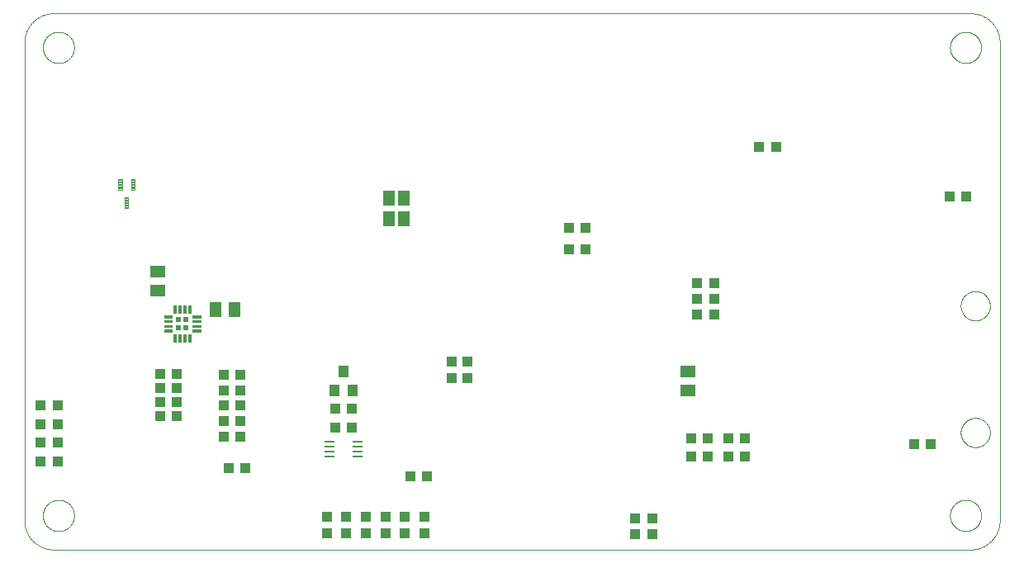
<source format=gbp>
G75*
%MOIN*%
%OFA0B0*%
%FSLAX25Y25*%
%IPPOS*%
%LPD*%
%AMOC8*
5,1,8,0,0,1.08239X$1,22.5*
%
%ADD10C,0.00000*%
%ADD11C,0.00039*%
%ADD12R,0.05906X0.05118*%
%ADD13R,0.04331X0.03937*%
%ADD14R,0.02362X0.02362*%
%ADD15R,0.02364X0.02362*%
%ADD16R,0.02362X0.02366*%
%ADD17R,0.02362X0.02362*%
%ADD18C,0.00072*%
%ADD19R,0.05118X0.05906*%
%ADD20R,0.04200X0.01000*%
%ADD21R,0.03937X0.05000*%
%ADD22R,0.03937X0.04331*%
%ADD23C,0.00492*%
%ADD24R,0.04600X0.06300*%
D10*
X0083936Y0127750D02*
X0454015Y0127750D01*
X0454300Y0127753D01*
X0454586Y0127764D01*
X0454871Y0127781D01*
X0455155Y0127805D01*
X0455439Y0127836D01*
X0455722Y0127874D01*
X0456003Y0127919D01*
X0456284Y0127970D01*
X0456564Y0128028D01*
X0456842Y0128093D01*
X0457118Y0128165D01*
X0457392Y0128243D01*
X0457665Y0128328D01*
X0457935Y0128420D01*
X0458203Y0128518D01*
X0458469Y0128622D01*
X0458732Y0128733D01*
X0458992Y0128850D01*
X0459250Y0128973D01*
X0459504Y0129103D01*
X0459755Y0129239D01*
X0460003Y0129380D01*
X0460247Y0129528D01*
X0460488Y0129681D01*
X0460724Y0129841D01*
X0460957Y0130006D01*
X0461186Y0130176D01*
X0461411Y0130352D01*
X0461631Y0130534D01*
X0461847Y0130720D01*
X0462058Y0130912D01*
X0462265Y0131109D01*
X0462467Y0131311D01*
X0462664Y0131518D01*
X0462856Y0131729D01*
X0463042Y0131945D01*
X0463224Y0132165D01*
X0463400Y0132390D01*
X0463570Y0132619D01*
X0463735Y0132852D01*
X0463895Y0133088D01*
X0464048Y0133329D01*
X0464196Y0133573D01*
X0464337Y0133821D01*
X0464473Y0134072D01*
X0464603Y0134326D01*
X0464726Y0134584D01*
X0464843Y0134844D01*
X0464954Y0135107D01*
X0465058Y0135373D01*
X0465156Y0135641D01*
X0465248Y0135911D01*
X0465333Y0136184D01*
X0465411Y0136458D01*
X0465483Y0136734D01*
X0465548Y0137012D01*
X0465606Y0137292D01*
X0465657Y0137573D01*
X0465702Y0137854D01*
X0465740Y0138137D01*
X0465771Y0138421D01*
X0465795Y0138705D01*
X0465812Y0138990D01*
X0465823Y0139276D01*
X0465826Y0139561D01*
X0465826Y0332474D01*
X0465823Y0332759D01*
X0465812Y0333045D01*
X0465795Y0333330D01*
X0465771Y0333614D01*
X0465740Y0333898D01*
X0465702Y0334181D01*
X0465657Y0334462D01*
X0465606Y0334743D01*
X0465548Y0335023D01*
X0465483Y0335301D01*
X0465411Y0335577D01*
X0465333Y0335851D01*
X0465248Y0336124D01*
X0465156Y0336394D01*
X0465058Y0336662D01*
X0464954Y0336928D01*
X0464843Y0337191D01*
X0464726Y0337451D01*
X0464603Y0337709D01*
X0464473Y0337963D01*
X0464337Y0338214D01*
X0464196Y0338462D01*
X0464048Y0338706D01*
X0463895Y0338947D01*
X0463735Y0339183D01*
X0463570Y0339416D01*
X0463400Y0339645D01*
X0463224Y0339870D01*
X0463042Y0340090D01*
X0462856Y0340306D01*
X0462664Y0340517D01*
X0462467Y0340724D01*
X0462265Y0340926D01*
X0462058Y0341123D01*
X0461847Y0341315D01*
X0461631Y0341501D01*
X0461411Y0341683D01*
X0461186Y0341859D01*
X0460957Y0342029D01*
X0460724Y0342194D01*
X0460488Y0342354D01*
X0460247Y0342507D01*
X0460003Y0342655D01*
X0459755Y0342796D01*
X0459504Y0342932D01*
X0459250Y0343062D01*
X0458992Y0343185D01*
X0458732Y0343302D01*
X0458469Y0343413D01*
X0458203Y0343517D01*
X0457935Y0343615D01*
X0457665Y0343707D01*
X0457392Y0343792D01*
X0457118Y0343870D01*
X0456842Y0343942D01*
X0456564Y0344007D01*
X0456284Y0344065D01*
X0456003Y0344116D01*
X0455722Y0344161D01*
X0455439Y0344199D01*
X0455155Y0344230D01*
X0454871Y0344254D01*
X0454586Y0344271D01*
X0454300Y0344282D01*
X0454015Y0344285D01*
X0083936Y0344285D01*
X0083651Y0344282D01*
X0083365Y0344271D01*
X0083080Y0344254D01*
X0082796Y0344230D01*
X0082512Y0344199D01*
X0082229Y0344161D01*
X0081948Y0344116D01*
X0081667Y0344065D01*
X0081387Y0344007D01*
X0081109Y0343942D01*
X0080833Y0343870D01*
X0080559Y0343792D01*
X0080286Y0343707D01*
X0080016Y0343615D01*
X0079748Y0343517D01*
X0079482Y0343413D01*
X0079219Y0343302D01*
X0078959Y0343185D01*
X0078701Y0343062D01*
X0078447Y0342932D01*
X0078196Y0342796D01*
X0077948Y0342655D01*
X0077704Y0342507D01*
X0077463Y0342354D01*
X0077227Y0342194D01*
X0076994Y0342029D01*
X0076765Y0341859D01*
X0076540Y0341683D01*
X0076320Y0341501D01*
X0076104Y0341315D01*
X0075893Y0341123D01*
X0075686Y0340926D01*
X0075484Y0340724D01*
X0075287Y0340517D01*
X0075095Y0340306D01*
X0074909Y0340090D01*
X0074727Y0339870D01*
X0074551Y0339645D01*
X0074381Y0339416D01*
X0074216Y0339183D01*
X0074056Y0338947D01*
X0073903Y0338706D01*
X0073755Y0338462D01*
X0073614Y0338214D01*
X0073478Y0337963D01*
X0073348Y0337709D01*
X0073225Y0337451D01*
X0073108Y0337191D01*
X0072997Y0336928D01*
X0072893Y0336662D01*
X0072795Y0336394D01*
X0072703Y0336124D01*
X0072618Y0335851D01*
X0072540Y0335577D01*
X0072468Y0335301D01*
X0072403Y0335023D01*
X0072345Y0334743D01*
X0072294Y0334462D01*
X0072249Y0334181D01*
X0072211Y0333898D01*
X0072180Y0333614D01*
X0072156Y0333330D01*
X0072139Y0333045D01*
X0072128Y0332759D01*
X0072125Y0332474D01*
X0072125Y0139561D01*
X0072128Y0139276D01*
X0072139Y0138990D01*
X0072156Y0138705D01*
X0072180Y0138421D01*
X0072211Y0138137D01*
X0072249Y0137854D01*
X0072294Y0137573D01*
X0072345Y0137292D01*
X0072403Y0137012D01*
X0072468Y0136734D01*
X0072540Y0136458D01*
X0072618Y0136184D01*
X0072703Y0135911D01*
X0072795Y0135641D01*
X0072893Y0135373D01*
X0072997Y0135107D01*
X0073108Y0134844D01*
X0073225Y0134584D01*
X0073348Y0134326D01*
X0073478Y0134072D01*
X0073614Y0133821D01*
X0073755Y0133573D01*
X0073903Y0133329D01*
X0074056Y0133088D01*
X0074216Y0132852D01*
X0074381Y0132619D01*
X0074551Y0132390D01*
X0074727Y0132165D01*
X0074909Y0131945D01*
X0075095Y0131729D01*
X0075287Y0131518D01*
X0075484Y0131311D01*
X0075686Y0131109D01*
X0075893Y0130912D01*
X0076104Y0130720D01*
X0076320Y0130534D01*
X0076540Y0130352D01*
X0076765Y0130176D01*
X0076994Y0130006D01*
X0077227Y0129841D01*
X0077463Y0129681D01*
X0077704Y0129528D01*
X0077948Y0129380D01*
X0078196Y0129239D01*
X0078447Y0129103D01*
X0078701Y0128973D01*
X0078959Y0128850D01*
X0079219Y0128733D01*
X0079482Y0128622D01*
X0079748Y0128518D01*
X0080016Y0128420D01*
X0080286Y0128328D01*
X0080559Y0128243D01*
X0080833Y0128165D01*
X0081109Y0128093D01*
X0081387Y0128028D01*
X0081667Y0127970D01*
X0081948Y0127919D01*
X0082229Y0127874D01*
X0082512Y0127836D01*
X0082796Y0127805D01*
X0083080Y0127781D01*
X0083365Y0127764D01*
X0083651Y0127753D01*
X0083936Y0127750D01*
X0079606Y0141530D02*
X0079608Y0141688D01*
X0079614Y0141846D01*
X0079624Y0142004D01*
X0079638Y0142162D01*
X0079656Y0142319D01*
X0079677Y0142476D01*
X0079703Y0142632D01*
X0079733Y0142788D01*
X0079766Y0142943D01*
X0079804Y0143096D01*
X0079845Y0143249D01*
X0079890Y0143401D01*
X0079939Y0143552D01*
X0079992Y0143701D01*
X0080048Y0143849D01*
X0080108Y0143995D01*
X0080172Y0144140D01*
X0080240Y0144283D01*
X0080311Y0144425D01*
X0080385Y0144565D01*
X0080463Y0144702D01*
X0080545Y0144838D01*
X0080629Y0144972D01*
X0080718Y0145103D01*
X0080809Y0145232D01*
X0080904Y0145359D01*
X0081001Y0145484D01*
X0081102Y0145606D01*
X0081206Y0145725D01*
X0081313Y0145842D01*
X0081423Y0145956D01*
X0081536Y0146067D01*
X0081651Y0146176D01*
X0081769Y0146281D01*
X0081890Y0146383D01*
X0082013Y0146483D01*
X0082139Y0146579D01*
X0082267Y0146672D01*
X0082397Y0146762D01*
X0082530Y0146848D01*
X0082665Y0146932D01*
X0082801Y0147011D01*
X0082940Y0147088D01*
X0083081Y0147160D01*
X0083223Y0147230D01*
X0083367Y0147295D01*
X0083513Y0147357D01*
X0083660Y0147415D01*
X0083809Y0147470D01*
X0083959Y0147521D01*
X0084110Y0147568D01*
X0084262Y0147611D01*
X0084415Y0147650D01*
X0084570Y0147686D01*
X0084725Y0147717D01*
X0084881Y0147745D01*
X0085037Y0147769D01*
X0085194Y0147789D01*
X0085352Y0147805D01*
X0085509Y0147817D01*
X0085668Y0147825D01*
X0085826Y0147829D01*
X0085984Y0147829D01*
X0086142Y0147825D01*
X0086301Y0147817D01*
X0086458Y0147805D01*
X0086616Y0147789D01*
X0086773Y0147769D01*
X0086929Y0147745D01*
X0087085Y0147717D01*
X0087240Y0147686D01*
X0087395Y0147650D01*
X0087548Y0147611D01*
X0087700Y0147568D01*
X0087851Y0147521D01*
X0088001Y0147470D01*
X0088150Y0147415D01*
X0088297Y0147357D01*
X0088443Y0147295D01*
X0088587Y0147230D01*
X0088729Y0147160D01*
X0088870Y0147088D01*
X0089009Y0147011D01*
X0089145Y0146932D01*
X0089280Y0146848D01*
X0089413Y0146762D01*
X0089543Y0146672D01*
X0089671Y0146579D01*
X0089797Y0146483D01*
X0089920Y0146383D01*
X0090041Y0146281D01*
X0090159Y0146176D01*
X0090274Y0146067D01*
X0090387Y0145956D01*
X0090497Y0145842D01*
X0090604Y0145725D01*
X0090708Y0145606D01*
X0090809Y0145484D01*
X0090906Y0145359D01*
X0091001Y0145232D01*
X0091092Y0145103D01*
X0091181Y0144972D01*
X0091265Y0144838D01*
X0091347Y0144702D01*
X0091425Y0144565D01*
X0091499Y0144425D01*
X0091570Y0144283D01*
X0091638Y0144140D01*
X0091702Y0143995D01*
X0091762Y0143849D01*
X0091818Y0143701D01*
X0091871Y0143552D01*
X0091920Y0143401D01*
X0091965Y0143249D01*
X0092006Y0143096D01*
X0092044Y0142943D01*
X0092077Y0142788D01*
X0092107Y0142632D01*
X0092133Y0142476D01*
X0092154Y0142319D01*
X0092172Y0142162D01*
X0092186Y0142004D01*
X0092196Y0141846D01*
X0092202Y0141688D01*
X0092204Y0141530D01*
X0092202Y0141372D01*
X0092196Y0141214D01*
X0092186Y0141056D01*
X0092172Y0140898D01*
X0092154Y0140741D01*
X0092133Y0140584D01*
X0092107Y0140428D01*
X0092077Y0140272D01*
X0092044Y0140117D01*
X0092006Y0139964D01*
X0091965Y0139811D01*
X0091920Y0139659D01*
X0091871Y0139508D01*
X0091818Y0139359D01*
X0091762Y0139211D01*
X0091702Y0139065D01*
X0091638Y0138920D01*
X0091570Y0138777D01*
X0091499Y0138635D01*
X0091425Y0138495D01*
X0091347Y0138358D01*
X0091265Y0138222D01*
X0091181Y0138088D01*
X0091092Y0137957D01*
X0091001Y0137828D01*
X0090906Y0137701D01*
X0090809Y0137576D01*
X0090708Y0137454D01*
X0090604Y0137335D01*
X0090497Y0137218D01*
X0090387Y0137104D01*
X0090274Y0136993D01*
X0090159Y0136884D01*
X0090041Y0136779D01*
X0089920Y0136677D01*
X0089797Y0136577D01*
X0089671Y0136481D01*
X0089543Y0136388D01*
X0089413Y0136298D01*
X0089280Y0136212D01*
X0089145Y0136128D01*
X0089009Y0136049D01*
X0088870Y0135972D01*
X0088729Y0135900D01*
X0088587Y0135830D01*
X0088443Y0135765D01*
X0088297Y0135703D01*
X0088150Y0135645D01*
X0088001Y0135590D01*
X0087851Y0135539D01*
X0087700Y0135492D01*
X0087548Y0135449D01*
X0087395Y0135410D01*
X0087240Y0135374D01*
X0087085Y0135343D01*
X0086929Y0135315D01*
X0086773Y0135291D01*
X0086616Y0135271D01*
X0086458Y0135255D01*
X0086301Y0135243D01*
X0086142Y0135235D01*
X0085984Y0135231D01*
X0085826Y0135231D01*
X0085668Y0135235D01*
X0085509Y0135243D01*
X0085352Y0135255D01*
X0085194Y0135271D01*
X0085037Y0135291D01*
X0084881Y0135315D01*
X0084725Y0135343D01*
X0084570Y0135374D01*
X0084415Y0135410D01*
X0084262Y0135449D01*
X0084110Y0135492D01*
X0083959Y0135539D01*
X0083809Y0135590D01*
X0083660Y0135645D01*
X0083513Y0135703D01*
X0083367Y0135765D01*
X0083223Y0135830D01*
X0083081Y0135900D01*
X0082940Y0135972D01*
X0082801Y0136049D01*
X0082665Y0136128D01*
X0082530Y0136212D01*
X0082397Y0136298D01*
X0082267Y0136388D01*
X0082139Y0136481D01*
X0082013Y0136577D01*
X0081890Y0136677D01*
X0081769Y0136779D01*
X0081651Y0136884D01*
X0081536Y0136993D01*
X0081423Y0137104D01*
X0081313Y0137218D01*
X0081206Y0137335D01*
X0081102Y0137454D01*
X0081001Y0137576D01*
X0080904Y0137701D01*
X0080809Y0137828D01*
X0080718Y0137957D01*
X0080629Y0138088D01*
X0080545Y0138222D01*
X0080463Y0138358D01*
X0080385Y0138495D01*
X0080311Y0138635D01*
X0080240Y0138777D01*
X0080172Y0138920D01*
X0080108Y0139065D01*
X0080048Y0139211D01*
X0079992Y0139359D01*
X0079939Y0139508D01*
X0079890Y0139659D01*
X0079845Y0139811D01*
X0079804Y0139964D01*
X0079766Y0140117D01*
X0079733Y0140272D01*
X0079703Y0140428D01*
X0079677Y0140584D01*
X0079656Y0140741D01*
X0079638Y0140898D01*
X0079624Y0141056D01*
X0079614Y0141214D01*
X0079608Y0141372D01*
X0079606Y0141530D01*
X0079606Y0330506D02*
X0079608Y0330664D01*
X0079614Y0330822D01*
X0079624Y0330980D01*
X0079638Y0331138D01*
X0079656Y0331295D01*
X0079677Y0331452D01*
X0079703Y0331608D01*
X0079733Y0331764D01*
X0079766Y0331919D01*
X0079804Y0332072D01*
X0079845Y0332225D01*
X0079890Y0332377D01*
X0079939Y0332528D01*
X0079992Y0332677D01*
X0080048Y0332825D01*
X0080108Y0332971D01*
X0080172Y0333116D01*
X0080240Y0333259D01*
X0080311Y0333401D01*
X0080385Y0333541D01*
X0080463Y0333678D01*
X0080545Y0333814D01*
X0080629Y0333948D01*
X0080718Y0334079D01*
X0080809Y0334208D01*
X0080904Y0334335D01*
X0081001Y0334460D01*
X0081102Y0334582D01*
X0081206Y0334701D01*
X0081313Y0334818D01*
X0081423Y0334932D01*
X0081536Y0335043D01*
X0081651Y0335152D01*
X0081769Y0335257D01*
X0081890Y0335359D01*
X0082013Y0335459D01*
X0082139Y0335555D01*
X0082267Y0335648D01*
X0082397Y0335738D01*
X0082530Y0335824D01*
X0082665Y0335908D01*
X0082801Y0335987D01*
X0082940Y0336064D01*
X0083081Y0336136D01*
X0083223Y0336206D01*
X0083367Y0336271D01*
X0083513Y0336333D01*
X0083660Y0336391D01*
X0083809Y0336446D01*
X0083959Y0336497D01*
X0084110Y0336544D01*
X0084262Y0336587D01*
X0084415Y0336626D01*
X0084570Y0336662D01*
X0084725Y0336693D01*
X0084881Y0336721D01*
X0085037Y0336745D01*
X0085194Y0336765D01*
X0085352Y0336781D01*
X0085509Y0336793D01*
X0085668Y0336801D01*
X0085826Y0336805D01*
X0085984Y0336805D01*
X0086142Y0336801D01*
X0086301Y0336793D01*
X0086458Y0336781D01*
X0086616Y0336765D01*
X0086773Y0336745D01*
X0086929Y0336721D01*
X0087085Y0336693D01*
X0087240Y0336662D01*
X0087395Y0336626D01*
X0087548Y0336587D01*
X0087700Y0336544D01*
X0087851Y0336497D01*
X0088001Y0336446D01*
X0088150Y0336391D01*
X0088297Y0336333D01*
X0088443Y0336271D01*
X0088587Y0336206D01*
X0088729Y0336136D01*
X0088870Y0336064D01*
X0089009Y0335987D01*
X0089145Y0335908D01*
X0089280Y0335824D01*
X0089413Y0335738D01*
X0089543Y0335648D01*
X0089671Y0335555D01*
X0089797Y0335459D01*
X0089920Y0335359D01*
X0090041Y0335257D01*
X0090159Y0335152D01*
X0090274Y0335043D01*
X0090387Y0334932D01*
X0090497Y0334818D01*
X0090604Y0334701D01*
X0090708Y0334582D01*
X0090809Y0334460D01*
X0090906Y0334335D01*
X0091001Y0334208D01*
X0091092Y0334079D01*
X0091181Y0333948D01*
X0091265Y0333814D01*
X0091347Y0333678D01*
X0091425Y0333541D01*
X0091499Y0333401D01*
X0091570Y0333259D01*
X0091638Y0333116D01*
X0091702Y0332971D01*
X0091762Y0332825D01*
X0091818Y0332677D01*
X0091871Y0332528D01*
X0091920Y0332377D01*
X0091965Y0332225D01*
X0092006Y0332072D01*
X0092044Y0331919D01*
X0092077Y0331764D01*
X0092107Y0331608D01*
X0092133Y0331452D01*
X0092154Y0331295D01*
X0092172Y0331138D01*
X0092186Y0330980D01*
X0092196Y0330822D01*
X0092202Y0330664D01*
X0092204Y0330506D01*
X0092202Y0330348D01*
X0092196Y0330190D01*
X0092186Y0330032D01*
X0092172Y0329874D01*
X0092154Y0329717D01*
X0092133Y0329560D01*
X0092107Y0329404D01*
X0092077Y0329248D01*
X0092044Y0329093D01*
X0092006Y0328940D01*
X0091965Y0328787D01*
X0091920Y0328635D01*
X0091871Y0328484D01*
X0091818Y0328335D01*
X0091762Y0328187D01*
X0091702Y0328041D01*
X0091638Y0327896D01*
X0091570Y0327753D01*
X0091499Y0327611D01*
X0091425Y0327471D01*
X0091347Y0327334D01*
X0091265Y0327198D01*
X0091181Y0327064D01*
X0091092Y0326933D01*
X0091001Y0326804D01*
X0090906Y0326677D01*
X0090809Y0326552D01*
X0090708Y0326430D01*
X0090604Y0326311D01*
X0090497Y0326194D01*
X0090387Y0326080D01*
X0090274Y0325969D01*
X0090159Y0325860D01*
X0090041Y0325755D01*
X0089920Y0325653D01*
X0089797Y0325553D01*
X0089671Y0325457D01*
X0089543Y0325364D01*
X0089413Y0325274D01*
X0089280Y0325188D01*
X0089145Y0325104D01*
X0089009Y0325025D01*
X0088870Y0324948D01*
X0088729Y0324876D01*
X0088587Y0324806D01*
X0088443Y0324741D01*
X0088297Y0324679D01*
X0088150Y0324621D01*
X0088001Y0324566D01*
X0087851Y0324515D01*
X0087700Y0324468D01*
X0087548Y0324425D01*
X0087395Y0324386D01*
X0087240Y0324350D01*
X0087085Y0324319D01*
X0086929Y0324291D01*
X0086773Y0324267D01*
X0086616Y0324247D01*
X0086458Y0324231D01*
X0086301Y0324219D01*
X0086142Y0324211D01*
X0085984Y0324207D01*
X0085826Y0324207D01*
X0085668Y0324211D01*
X0085509Y0324219D01*
X0085352Y0324231D01*
X0085194Y0324247D01*
X0085037Y0324267D01*
X0084881Y0324291D01*
X0084725Y0324319D01*
X0084570Y0324350D01*
X0084415Y0324386D01*
X0084262Y0324425D01*
X0084110Y0324468D01*
X0083959Y0324515D01*
X0083809Y0324566D01*
X0083660Y0324621D01*
X0083513Y0324679D01*
X0083367Y0324741D01*
X0083223Y0324806D01*
X0083081Y0324876D01*
X0082940Y0324948D01*
X0082801Y0325025D01*
X0082665Y0325104D01*
X0082530Y0325188D01*
X0082397Y0325274D01*
X0082267Y0325364D01*
X0082139Y0325457D01*
X0082013Y0325553D01*
X0081890Y0325653D01*
X0081769Y0325755D01*
X0081651Y0325860D01*
X0081536Y0325969D01*
X0081423Y0326080D01*
X0081313Y0326194D01*
X0081206Y0326311D01*
X0081102Y0326430D01*
X0081001Y0326552D01*
X0080904Y0326677D01*
X0080809Y0326804D01*
X0080718Y0326933D01*
X0080629Y0327064D01*
X0080545Y0327198D01*
X0080463Y0327334D01*
X0080385Y0327471D01*
X0080311Y0327611D01*
X0080240Y0327753D01*
X0080172Y0327896D01*
X0080108Y0328041D01*
X0080048Y0328187D01*
X0079992Y0328335D01*
X0079939Y0328484D01*
X0079890Y0328635D01*
X0079845Y0328787D01*
X0079804Y0328940D01*
X0079766Y0329093D01*
X0079733Y0329248D01*
X0079703Y0329404D01*
X0079677Y0329560D01*
X0079656Y0329717D01*
X0079638Y0329874D01*
X0079624Y0330032D01*
X0079614Y0330190D01*
X0079608Y0330348D01*
X0079606Y0330506D01*
X0445747Y0330506D02*
X0445749Y0330664D01*
X0445755Y0330822D01*
X0445765Y0330980D01*
X0445779Y0331138D01*
X0445797Y0331295D01*
X0445818Y0331452D01*
X0445844Y0331608D01*
X0445874Y0331764D01*
X0445907Y0331919D01*
X0445945Y0332072D01*
X0445986Y0332225D01*
X0446031Y0332377D01*
X0446080Y0332528D01*
X0446133Y0332677D01*
X0446189Y0332825D01*
X0446249Y0332971D01*
X0446313Y0333116D01*
X0446381Y0333259D01*
X0446452Y0333401D01*
X0446526Y0333541D01*
X0446604Y0333678D01*
X0446686Y0333814D01*
X0446770Y0333948D01*
X0446859Y0334079D01*
X0446950Y0334208D01*
X0447045Y0334335D01*
X0447142Y0334460D01*
X0447243Y0334582D01*
X0447347Y0334701D01*
X0447454Y0334818D01*
X0447564Y0334932D01*
X0447677Y0335043D01*
X0447792Y0335152D01*
X0447910Y0335257D01*
X0448031Y0335359D01*
X0448154Y0335459D01*
X0448280Y0335555D01*
X0448408Y0335648D01*
X0448538Y0335738D01*
X0448671Y0335824D01*
X0448806Y0335908D01*
X0448942Y0335987D01*
X0449081Y0336064D01*
X0449222Y0336136D01*
X0449364Y0336206D01*
X0449508Y0336271D01*
X0449654Y0336333D01*
X0449801Y0336391D01*
X0449950Y0336446D01*
X0450100Y0336497D01*
X0450251Y0336544D01*
X0450403Y0336587D01*
X0450556Y0336626D01*
X0450711Y0336662D01*
X0450866Y0336693D01*
X0451022Y0336721D01*
X0451178Y0336745D01*
X0451335Y0336765D01*
X0451493Y0336781D01*
X0451650Y0336793D01*
X0451809Y0336801D01*
X0451967Y0336805D01*
X0452125Y0336805D01*
X0452283Y0336801D01*
X0452442Y0336793D01*
X0452599Y0336781D01*
X0452757Y0336765D01*
X0452914Y0336745D01*
X0453070Y0336721D01*
X0453226Y0336693D01*
X0453381Y0336662D01*
X0453536Y0336626D01*
X0453689Y0336587D01*
X0453841Y0336544D01*
X0453992Y0336497D01*
X0454142Y0336446D01*
X0454291Y0336391D01*
X0454438Y0336333D01*
X0454584Y0336271D01*
X0454728Y0336206D01*
X0454870Y0336136D01*
X0455011Y0336064D01*
X0455150Y0335987D01*
X0455286Y0335908D01*
X0455421Y0335824D01*
X0455554Y0335738D01*
X0455684Y0335648D01*
X0455812Y0335555D01*
X0455938Y0335459D01*
X0456061Y0335359D01*
X0456182Y0335257D01*
X0456300Y0335152D01*
X0456415Y0335043D01*
X0456528Y0334932D01*
X0456638Y0334818D01*
X0456745Y0334701D01*
X0456849Y0334582D01*
X0456950Y0334460D01*
X0457047Y0334335D01*
X0457142Y0334208D01*
X0457233Y0334079D01*
X0457322Y0333948D01*
X0457406Y0333814D01*
X0457488Y0333678D01*
X0457566Y0333541D01*
X0457640Y0333401D01*
X0457711Y0333259D01*
X0457779Y0333116D01*
X0457843Y0332971D01*
X0457903Y0332825D01*
X0457959Y0332677D01*
X0458012Y0332528D01*
X0458061Y0332377D01*
X0458106Y0332225D01*
X0458147Y0332072D01*
X0458185Y0331919D01*
X0458218Y0331764D01*
X0458248Y0331608D01*
X0458274Y0331452D01*
X0458295Y0331295D01*
X0458313Y0331138D01*
X0458327Y0330980D01*
X0458337Y0330822D01*
X0458343Y0330664D01*
X0458345Y0330506D01*
X0458343Y0330348D01*
X0458337Y0330190D01*
X0458327Y0330032D01*
X0458313Y0329874D01*
X0458295Y0329717D01*
X0458274Y0329560D01*
X0458248Y0329404D01*
X0458218Y0329248D01*
X0458185Y0329093D01*
X0458147Y0328940D01*
X0458106Y0328787D01*
X0458061Y0328635D01*
X0458012Y0328484D01*
X0457959Y0328335D01*
X0457903Y0328187D01*
X0457843Y0328041D01*
X0457779Y0327896D01*
X0457711Y0327753D01*
X0457640Y0327611D01*
X0457566Y0327471D01*
X0457488Y0327334D01*
X0457406Y0327198D01*
X0457322Y0327064D01*
X0457233Y0326933D01*
X0457142Y0326804D01*
X0457047Y0326677D01*
X0456950Y0326552D01*
X0456849Y0326430D01*
X0456745Y0326311D01*
X0456638Y0326194D01*
X0456528Y0326080D01*
X0456415Y0325969D01*
X0456300Y0325860D01*
X0456182Y0325755D01*
X0456061Y0325653D01*
X0455938Y0325553D01*
X0455812Y0325457D01*
X0455684Y0325364D01*
X0455554Y0325274D01*
X0455421Y0325188D01*
X0455286Y0325104D01*
X0455150Y0325025D01*
X0455011Y0324948D01*
X0454870Y0324876D01*
X0454728Y0324806D01*
X0454584Y0324741D01*
X0454438Y0324679D01*
X0454291Y0324621D01*
X0454142Y0324566D01*
X0453992Y0324515D01*
X0453841Y0324468D01*
X0453689Y0324425D01*
X0453536Y0324386D01*
X0453381Y0324350D01*
X0453226Y0324319D01*
X0453070Y0324291D01*
X0452914Y0324267D01*
X0452757Y0324247D01*
X0452599Y0324231D01*
X0452442Y0324219D01*
X0452283Y0324211D01*
X0452125Y0324207D01*
X0451967Y0324207D01*
X0451809Y0324211D01*
X0451650Y0324219D01*
X0451493Y0324231D01*
X0451335Y0324247D01*
X0451178Y0324267D01*
X0451022Y0324291D01*
X0450866Y0324319D01*
X0450711Y0324350D01*
X0450556Y0324386D01*
X0450403Y0324425D01*
X0450251Y0324468D01*
X0450100Y0324515D01*
X0449950Y0324566D01*
X0449801Y0324621D01*
X0449654Y0324679D01*
X0449508Y0324741D01*
X0449364Y0324806D01*
X0449222Y0324876D01*
X0449081Y0324948D01*
X0448942Y0325025D01*
X0448806Y0325104D01*
X0448671Y0325188D01*
X0448538Y0325274D01*
X0448408Y0325364D01*
X0448280Y0325457D01*
X0448154Y0325553D01*
X0448031Y0325653D01*
X0447910Y0325755D01*
X0447792Y0325860D01*
X0447677Y0325969D01*
X0447564Y0326080D01*
X0447454Y0326194D01*
X0447347Y0326311D01*
X0447243Y0326430D01*
X0447142Y0326552D01*
X0447045Y0326677D01*
X0446950Y0326804D01*
X0446859Y0326933D01*
X0446770Y0327064D01*
X0446686Y0327198D01*
X0446604Y0327334D01*
X0446526Y0327471D01*
X0446452Y0327611D01*
X0446381Y0327753D01*
X0446313Y0327896D01*
X0446249Y0328041D01*
X0446189Y0328187D01*
X0446133Y0328335D01*
X0446080Y0328484D01*
X0446031Y0328635D01*
X0445986Y0328787D01*
X0445945Y0328940D01*
X0445907Y0329093D01*
X0445874Y0329248D01*
X0445844Y0329404D01*
X0445818Y0329560D01*
X0445797Y0329717D01*
X0445779Y0329874D01*
X0445765Y0330032D01*
X0445755Y0330190D01*
X0445749Y0330348D01*
X0445747Y0330506D01*
X0445747Y0141530D02*
X0445749Y0141688D01*
X0445755Y0141846D01*
X0445765Y0142004D01*
X0445779Y0142162D01*
X0445797Y0142319D01*
X0445818Y0142476D01*
X0445844Y0142632D01*
X0445874Y0142788D01*
X0445907Y0142943D01*
X0445945Y0143096D01*
X0445986Y0143249D01*
X0446031Y0143401D01*
X0446080Y0143552D01*
X0446133Y0143701D01*
X0446189Y0143849D01*
X0446249Y0143995D01*
X0446313Y0144140D01*
X0446381Y0144283D01*
X0446452Y0144425D01*
X0446526Y0144565D01*
X0446604Y0144702D01*
X0446686Y0144838D01*
X0446770Y0144972D01*
X0446859Y0145103D01*
X0446950Y0145232D01*
X0447045Y0145359D01*
X0447142Y0145484D01*
X0447243Y0145606D01*
X0447347Y0145725D01*
X0447454Y0145842D01*
X0447564Y0145956D01*
X0447677Y0146067D01*
X0447792Y0146176D01*
X0447910Y0146281D01*
X0448031Y0146383D01*
X0448154Y0146483D01*
X0448280Y0146579D01*
X0448408Y0146672D01*
X0448538Y0146762D01*
X0448671Y0146848D01*
X0448806Y0146932D01*
X0448942Y0147011D01*
X0449081Y0147088D01*
X0449222Y0147160D01*
X0449364Y0147230D01*
X0449508Y0147295D01*
X0449654Y0147357D01*
X0449801Y0147415D01*
X0449950Y0147470D01*
X0450100Y0147521D01*
X0450251Y0147568D01*
X0450403Y0147611D01*
X0450556Y0147650D01*
X0450711Y0147686D01*
X0450866Y0147717D01*
X0451022Y0147745D01*
X0451178Y0147769D01*
X0451335Y0147789D01*
X0451493Y0147805D01*
X0451650Y0147817D01*
X0451809Y0147825D01*
X0451967Y0147829D01*
X0452125Y0147829D01*
X0452283Y0147825D01*
X0452442Y0147817D01*
X0452599Y0147805D01*
X0452757Y0147789D01*
X0452914Y0147769D01*
X0453070Y0147745D01*
X0453226Y0147717D01*
X0453381Y0147686D01*
X0453536Y0147650D01*
X0453689Y0147611D01*
X0453841Y0147568D01*
X0453992Y0147521D01*
X0454142Y0147470D01*
X0454291Y0147415D01*
X0454438Y0147357D01*
X0454584Y0147295D01*
X0454728Y0147230D01*
X0454870Y0147160D01*
X0455011Y0147088D01*
X0455150Y0147011D01*
X0455286Y0146932D01*
X0455421Y0146848D01*
X0455554Y0146762D01*
X0455684Y0146672D01*
X0455812Y0146579D01*
X0455938Y0146483D01*
X0456061Y0146383D01*
X0456182Y0146281D01*
X0456300Y0146176D01*
X0456415Y0146067D01*
X0456528Y0145956D01*
X0456638Y0145842D01*
X0456745Y0145725D01*
X0456849Y0145606D01*
X0456950Y0145484D01*
X0457047Y0145359D01*
X0457142Y0145232D01*
X0457233Y0145103D01*
X0457322Y0144972D01*
X0457406Y0144838D01*
X0457488Y0144702D01*
X0457566Y0144565D01*
X0457640Y0144425D01*
X0457711Y0144283D01*
X0457779Y0144140D01*
X0457843Y0143995D01*
X0457903Y0143849D01*
X0457959Y0143701D01*
X0458012Y0143552D01*
X0458061Y0143401D01*
X0458106Y0143249D01*
X0458147Y0143096D01*
X0458185Y0142943D01*
X0458218Y0142788D01*
X0458248Y0142632D01*
X0458274Y0142476D01*
X0458295Y0142319D01*
X0458313Y0142162D01*
X0458327Y0142004D01*
X0458337Y0141846D01*
X0458343Y0141688D01*
X0458345Y0141530D01*
X0458343Y0141372D01*
X0458337Y0141214D01*
X0458327Y0141056D01*
X0458313Y0140898D01*
X0458295Y0140741D01*
X0458274Y0140584D01*
X0458248Y0140428D01*
X0458218Y0140272D01*
X0458185Y0140117D01*
X0458147Y0139964D01*
X0458106Y0139811D01*
X0458061Y0139659D01*
X0458012Y0139508D01*
X0457959Y0139359D01*
X0457903Y0139211D01*
X0457843Y0139065D01*
X0457779Y0138920D01*
X0457711Y0138777D01*
X0457640Y0138635D01*
X0457566Y0138495D01*
X0457488Y0138358D01*
X0457406Y0138222D01*
X0457322Y0138088D01*
X0457233Y0137957D01*
X0457142Y0137828D01*
X0457047Y0137701D01*
X0456950Y0137576D01*
X0456849Y0137454D01*
X0456745Y0137335D01*
X0456638Y0137218D01*
X0456528Y0137104D01*
X0456415Y0136993D01*
X0456300Y0136884D01*
X0456182Y0136779D01*
X0456061Y0136677D01*
X0455938Y0136577D01*
X0455812Y0136481D01*
X0455684Y0136388D01*
X0455554Y0136298D01*
X0455421Y0136212D01*
X0455286Y0136128D01*
X0455150Y0136049D01*
X0455011Y0135972D01*
X0454870Y0135900D01*
X0454728Y0135830D01*
X0454584Y0135765D01*
X0454438Y0135703D01*
X0454291Y0135645D01*
X0454142Y0135590D01*
X0453992Y0135539D01*
X0453841Y0135492D01*
X0453689Y0135449D01*
X0453536Y0135410D01*
X0453381Y0135374D01*
X0453226Y0135343D01*
X0453070Y0135315D01*
X0452914Y0135291D01*
X0452757Y0135271D01*
X0452599Y0135255D01*
X0452442Y0135243D01*
X0452283Y0135235D01*
X0452125Y0135231D01*
X0451967Y0135231D01*
X0451809Y0135235D01*
X0451650Y0135243D01*
X0451493Y0135255D01*
X0451335Y0135271D01*
X0451178Y0135291D01*
X0451022Y0135315D01*
X0450866Y0135343D01*
X0450711Y0135374D01*
X0450556Y0135410D01*
X0450403Y0135449D01*
X0450251Y0135492D01*
X0450100Y0135539D01*
X0449950Y0135590D01*
X0449801Y0135645D01*
X0449654Y0135703D01*
X0449508Y0135765D01*
X0449364Y0135830D01*
X0449222Y0135900D01*
X0449081Y0135972D01*
X0448942Y0136049D01*
X0448806Y0136128D01*
X0448671Y0136212D01*
X0448538Y0136298D01*
X0448408Y0136388D01*
X0448280Y0136481D01*
X0448154Y0136577D01*
X0448031Y0136677D01*
X0447910Y0136779D01*
X0447792Y0136884D01*
X0447677Y0136993D01*
X0447564Y0137104D01*
X0447454Y0137218D01*
X0447347Y0137335D01*
X0447243Y0137454D01*
X0447142Y0137576D01*
X0447045Y0137701D01*
X0446950Y0137828D01*
X0446859Y0137957D01*
X0446770Y0138088D01*
X0446686Y0138222D01*
X0446604Y0138358D01*
X0446526Y0138495D01*
X0446452Y0138635D01*
X0446381Y0138777D01*
X0446313Y0138920D01*
X0446249Y0139065D01*
X0446189Y0139211D01*
X0446133Y0139359D01*
X0446080Y0139508D01*
X0446031Y0139659D01*
X0445986Y0139811D01*
X0445945Y0139964D01*
X0445907Y0140117D01*
X0445874Y0140272D01*
X0445844Y0140428D01*
X0445818Y0140584D01*
X0445797Y0140741D01*
X0445779Y0140898D01*
X0445765Y0141056D01*
X0445755Y0141214D01*
X0445749Y0141372D01*
X0445747Y0141530D01*
D11*
X0450077Y0174994D02*
X0450079Y0175147D01*
X0450085Y0175301D01*
X0450095Y0175454D01*
X0450109Y0175606D01*
X0450127Y0175759D01*
X0450149Y0175910D01*
X0450174Y0176061D01*
X0450204Y0176212D01*
X0450238Y0176362D01*
X0450275Y0176510D01*
X0450316Y0176658D01*
X0450361Y0176804D01*
X0450410Y0176950D01*
X0450463Y0177094D01*
X0450519Y0177236D01*
X0450579Y0177377D01*
X0450643Y0177517D01*
X0450710Y0177655D01*
X0450781Y0177791D01*
X0450856Y0177925D01*
X0450933Y0178057D01*
X0451015Y0178187D01*
X0451099Y0178315D01*
X0451187Y0178441D01*
X0451278Y0178564D01*
X0451372Y0178685D01*
X0451470Y0178803D01*
X0451570Y0178919D01*
X0451674Y0179032D01*
X0451780Y0179143D01*
X0451889Y0179251D01*
X0452001Y0179356D01*
X0452115Y0179457D01*
X0452233Y0179556D01*
X0452352Y0179652D01*
X0452474Y0179745D01*
X0452599Y0179834D01*
X0452726Y0179921D01*
X0452855Y0180003D01*
X0452986Y0180083D01*
X0453119Y0180159D01*
X0453254Y0180232D01*
X0453391Y0180301D01*
X0453530Y0180366D01*
X0453670Y0180428D01*
X0453812Y0180486D01*
X0453955Y0180541D01*
X0454100Y0180592D01*
X0454246Y0180639D01*
X0454393Y0180682D01*
X0454541Y0180721D01*
X0454690Y0180757D01*
X0454840Y0180788D01*
X0454991Y0180816D01*
X0455142Y0180840D01*
X0455295Y0180860D01*
X0455447Y0180876D01*
X0455600Y0180888D01*
X0455753Y0180896D01*
X0455906Y0180900D01*
X0456060Y0180900D01*
X0456213Y0180896D01*
X0456366Y0180888D01*
X0456519Y0180876D01*
X0456671Y0180860D01*
X0456824Y0180840D01*
X0456975Y0180816D01*
X0457126Y0180788D01*
X0457276Y0180757D01*
X0457425Y0180721D01*
X0457573Y0180682D01*
X0457720Y0180639D01*
X0457866Y0180592D01*
X0458011Y0180541D01*
X0458154Y0180486D01*
X0458296Y0180428D01*
X0458436Y0180366D01*
X0458575Y0180301D01*
X0458712Y0180232D01*
X0458847Y0180159D01*
X0458980Y0180083D01*
X0459111Y0180003D01*
X0459240Y0179921D01*
X0459367Y0179834D01*
X0459492Y0179745D01*
X0459614Y0179652D01*
X0459733Y0179556D01*
X0459851Y0179457D01*
X0459965Y0179356D01*
X0460077Y0179251D01*
X0460186Y0179143D01*
X0460292Y0179032D01*
X0460396Y0178919D01*
X0460496Y0178803D01*
X0460594Y0178685D01*
X0460688Y0178564D01*
X0460779Y0178441D01*
X0460867Y0178315D01*
X0460951Y0178187D01*
X0461033Y0178057D01*
X0461110Y0177925D01*
X0461185Y0177791D01*
X0461256Y0177655D01*
X0461323Y0177517D01*
X0461387Y0177377D01*
X0461447Y0177236D01*
X0461503Y0177094D01*
X0461556Y0176950D01*
X0461605Y0176804D01*
X0461650Y0176658D01*
X0461691Y0176510D01*
X0461728Y0176362D01*
X0461762Y0176212D01*
X0461792Y0176061D01*
X0461817Y0175910D01*
X0461839Y0175759D01*
X0461857Y0175606D01*
X0461871Y0175454D01*
X0461881Y0175301D01*
X0461887Y0175147D01*
X0461889Y0174994D01*
X0461887Y0174841D01*
X0461881Y0174687D01*
X0461871Y0174534D01*
X0461857Y0174382D01*
X0461839Y0174229D01*
X0461817Y0174078D01*
X0461792Y0173927D01*
X0461762Y0173776D01*
X0461728Y0173626D01*
X0461691Y0173478D01*
X0461650Y0173330D01*
X0461605Y0173184D01*
X0461556Y0173038D01*
X0461503Y0172894D01*
X0461447Y0172752D01*
X0461387Y0172611D01*
X0461323Y0172471D01*
X0461256Y0172333D01*
X0461185Y0172197D01*
X0461110Y0172063D01*
X0461033Y0171931D01*
X0460951Y0171801D01*
X0460867Y0171673D01*
X0460779Y0171547D01*
X0460688Y0171424D01*
X0460594Y0171303D01*
X0460496Y0171185D01*
X0460396Y0171069D01*
X0460292Y0170956D01*
X0460186Y0170845D01*
X0460077Y0170737D01*
X0459965Y0170632D01*
X0459851Y0170531D01*
X0459733Y0170432D01*
X0459614Y0170336D01*
X0459492Y0170243D01*
X0459367Y0170154D01*
X0459240Y0170067D01*
X0459111Y0169985D01*
X0458980Y0169905D01*
X0458847Y0169829D01*
X0458712Y0169756D01*
X0458575Y0169687D01*
X0458436Y0169622D01*
X0458296Y0169560D01*
X0458154Y0169502D01*
X0458011Y0169447D01*
X0457866Y0169396D01*
X0457720Y0169349D01*
X0457573Y0169306D01*
X0457425Y0169267D01*
X0457276Y0169231D01*
X0457126Y0169200D01*
X0456975Y0169172D01*
X0456824Y0169148D01*
X0456671Y0169128D01*
X0456519Y0169112D01*
X0456366Y0169100D01*
X0456213Y0169092D01*
X0456060Y0169088D01*
X0455906Y0169088D01*
X0455753Y0169092D01*
X0455600Y0169100D01*
X0455447Y0169112D01*
X0455295Y0169128D01*
X0455142Y0169148D01*
X0454991Y0169172D01*
X0454840Y0169200D01*
X0454690Y0169231D01*
X0454541Y0169267D01*
X0454393Y0169306D01*
X0454246Y0169349D01*
X0454100Y0169396D01*
X0453955Y0169447D01*
X0453812Y0169502D01*
X0453670Y0169560D01*
X0453530Y0169622D01*
X0453391Y0169687D01*
X0453254Y0169756D01*
X0453119Y0169829D01*
X0452986Y0169905D01*
X0452855Y0169985D01*
X0452726Y0170067D01*
X0452599Y0170154D01*
X0452474Y0170243D01*
X0452352Y0170336D01*
X0452233Y0170432D01*
X0452115Y0170531D01*
X0452001Y0170632D01*
X0451889Y0170737D01*
X0451780Y0170845D01*
X0451674Y0170956D01*
X0451570Y0171069D01*
X0451470Y0171185D01*
X0451372Y0171303D01*
X0451278Y0171424D01*
X0451187Y0171547D01*
X0451099Y0171673D01*
X0451015Y0171801D01*
X0450933Y0171931D01*
X0450856Y0172063D01*
X0450781Y0172197D01*
X0450710Y0172333D01*
X0450643Y0172471D01*
X0450579Y0172611D01*
X0450519Y0172752D01*
X0450463Y0172894D01*
X0450410Y0173038D01*
X0450361Y0173184D01*
X0450316Y0173330D01*
X0450275Y0173478D01*
X0450238Y0173626D01*
X0450204Y0173776D01*
X0450174Y0173927D01*
X0450149Y0174078D01*
X0450127Y0174229D01*
X0450109Y0174382D01*
X0450095Y0174534D01*
X0450085Y0174687D01*
X0450079Y0174841D01*
X0450077Y0174994D01*
X0450077Y0226175D02*
X0450079Y0226328D01*
X0450085Y0226482D01*
X0450095Y0226635D01*
X0450109Y0226787D01*
X0450127Y0226940D01*
X0450149Y0227091D01*
X0450174Y0227242D01*
X0450204Y0227393D01*
X0450238Y0227543D01*
X0450275Y0227691D01*
X0450316Y0227839D01*
X0450361Y0227985D01*
X0450410Y0228131D01*
X0450463Y0228275D01*
X0450519Y0228417D01*
X0450579Y0228558D01*
X0450643Y0228698D01*
X0450710Y0228836D01*
X0450781Y0228972D01*
X0450856Y0229106D01*
X0450933Y0229238D01*
X0451015Y0229368D01*
X0451099Y0229496D01*
X0451187Y0229622D01*
X0451278Y0229745D01*
X0451372Y0229866D01*
X0451470Y0229984D01*
X0451570Y0230100D01*
X0451674Y0230213D01*
X0451780Y0230324D01*
X0451889Y0230432D01*
X0452001Y0230537D01*
X0452115Y0230638D01*
X0452233Y0230737D01*
X0452352Y0230833D01*
X0452474Y0230926D01*
X0452599Y0231015D01*
X0452726Y0231102D01*
X0452855Y0231184D01*
X0452986Y0231264D01*
X0453119Y0231340D01*
X0453254Y0231413D01*
X0453391Y0231482D01*
X0453530Y0231547D01*
X0453670Y0231609D01*
X0453812Y0231667D01*
X0453955Y0231722D01*
X0454100Y0231773D01*
X0454246Y0231820D01*
X0454393Y0231863D01*
X0454541Y0231902D01*
X0454690Y0231938D01*
X0454840Y0231969D01*
X0454991Y0231997D01*
X0455142Y0232021D01*
X0455295Y0232041D01*
X0455447Y0232057D01*
X0455600Y0232069D01*
X0455753Y0232077D01*
X0455906Y0232081D01*
X0456060Y0232081D01*
X0456213Y0232077D01*
X0456366Y0232069D01*
X0456519Y0232057D01*
X0456671Y0232041D01*
X0456824Y0232021D01*
X0456975Y0231997D01*
X0457126Y0231969D01*
X0457276Y0231938D01*
X0457425Y0231902D01*
X0457573Y0231863D01*
X0457720Y0231820D01*
X0457866Y0231773D01*
X0458011Y0231722D01*
X0458154Y0231667D01*
X0458296Y0231609D01*
X0458436Y0231547D01*
X0458575Y0231482D01*
X0458712Y0231413D01*
X0458847Y0231340D01*
X0458980Y0231264D01*
X0459111Y0231184D01*
X0459240Y0231102D01*
X0459367Y0231015D01*
X0459492Y0230926D01*
X0459614Y0230833D01*
X0459733Y0230737D01*
X0459851Y0230638D01*
X0459965Y0230537D01*
X0460077Y0230432D01*
X0460186Y0230324D01*
X0460292Y0230213D01*
X0460396Y0230100D01*
X0460496Y0229984D01*
X0460594Y0229866D01*
X0460688Y0229745D01*
X0460779Y0229622D01*
X0460867Y0229496D01*
X0460951Y0229368D01*
X0461033Y0229238D01*
X0461110Y0229106D01*
X0461185Y0228972D01*
X0461256Y0228836D01*
X0461323Y0228698D01*
X0461387Y0228558D01*
X0461447Y0228417D01*
X0461503Y0228275D01*
X0461556Y0228131D01*
X0461605Y0227985D01*
X0461650Y0227839D01*
X0461691Y0227691D01*
X0461728Y0227543D01*
X0461762Y0227393D01*
X0461792Y0227242D01*
X0461817Y0227091D01*
X0461839Y0226940D01*
X0461857Y0226787D01*
X0461871Y0226635D01*
X0461881Y0226482D01*
X0461887Y0226328D01*
X0461889Y0226175D01*
X0461887Y0226022D01*
X0461881Y0225868D01*
X0461871Y0225715D01*
X0461857Y0225563D01*
X0461839Y0225410D01*
X0461817Y0225259D01*
X0461792Y0225108D01*
X0461762Y0224957D01*
X0461728Y0224807D01*
X0461691Y0224659D01*
X0461650Y0224511D01*
X0461605Y0224365D01*
X0461556Y0224219D01*
X0461503Y0224075D01*
X0461447Y0223933D01*
X0461387Y0223792D01*
X0461323Y0223652D01*
X0461256Y0223514D01*
X0461185Y0223378D01*
X0461110Y0223244D01*
X0461033Y0223112D01*
X0460951Y0222982D01*
X0460867Y0222854D01*
X0460779Y0222728D01*
X0460688Y0222605D01*
X0460594Y0222484D01*
X0460496Y0222366D01*
X0460396Y0222250D01*
X0460292Y0222137D01*
X0460186Y0222026D01*
X0460077Y0221918D01*
X0459965Y0221813D01*
X0459851Y0221712D01*
X0459733Y0221613D01*
X0459614Y0221517D01*
X0459492Y0221424D01*
X0459367Y0221335D01*
X0459240Y0221248D01*
X0459111Y0221166D01*
X0458980Y0221086D01*
X0458847Y0221010D01*
X0458712Y0220937D01*
X0458575Y0220868D01*
X0458436Y0220803D01*
X0458296Y0220741D01*
X0458154Y0220683D01*
X0458011Y0220628D01*
X0457866Y0220577D01*
X0457720Y0220530D01*
X0457573Y0220487D01*
X0457425Y0220448D01*
X0457276Y0220412D01*
X0457126Y0220381D01*
X0456975Y0220353D01*
X0456824Y0220329D01*
X0456671Y0220309D01*
X0456519Y0220293D01*
X0456366Y0220281D01*
X0456213Y0220273D01*
X0456060Y0220269D01*
X0455906Y0220269D01*
X0455753Y0220273D01*
X0455600Y0220281D01*
X0455447Y0220293D01*
X0455295Y0220309D01*
X0455142Y0220329D01*
X0454991Y0220353D01*
X0454840Y0220381D01*
X0454690Y0220412D01*
X0454541Y0220448D01*
X0454393Y0220487D01*
X0454246Y0220530D01*
X0454100Y0220577D01*
X0453955Y0220628D01*
X0453812Y0220683D01*
X0453670Y0220741D01*
X0453530Y0220803D01*
X0453391Y0220868D01*
X0453254Y0220937D01*
X0453119Y0221010D01*
X0452986Y0221086D01*
X0452855Y0221166D01*
X0452726Y0221248D01*
X0452599Y0221335D01*
X0452474Y0221424D01*
X0452352Y0221517D01*
X0452233Y0221613D01*
X0452115Y0221712D01*
X0452001Y0221813D01*
X0451889Y0221918D01*
X0451780Y0222026D01*
X0451674Y0222137D01*
X0451570Y0222250D01*
X0451470Y0222366D01*
X0451372Y0222484D01*
X0451278Y0222605D01*
X0451187Y0222728D01*
X0451099Y0222854D01*
X0451015Y0222982D01*
X0450933Y0223112D01*
X0450856Y0223244D01*
X0450781Y0223378D01*
X0450710Y0223514D01*
X0450643Y0223652D01*
X0450579Y0223792D01*
X0450519Y0223933D01*
X0450463Y0224075D01*
X0450410Y0224219D01*
X0450361Y0224365D01*
X0450316Y0224511D01*
X0450275Y0224659D01*
X0450238Y0224807D01*
X0450204Y0224957D01*
X0450174Y0225108D01*
X0450149Y0225259D01*
X0450127Y0225410D01*
X0450109Y0225563D01*
X0450095Y0225715D01*
X0450085Y0225868D01*
X0450079Y0226022D01*
X0450077Y0226175D01*
D12*
X0339938Y0199615D03*
X0339938Y0192135D03*
X0125875Y0232447D03*
X0125875Y0239928D03*
D13*
X0126904Y0198687D03*
X0126904Y0193062D03*
X0126904Y0187437D03*
X0133596Y0187437D03*
X0133596Y0193062D03*
X0133596Y0198687D03*
X0133596Y0181812D03*
X0126904Y0181812D03*
X0152529Y0179625D03*
X0152529Y0173375D03*
X0159221Y0173375D03*
X0159221Y0179625D03*
X0159221Y0185875D03*
X0152529Y0185875D03*
X0152529Y0192125D03*
X0152529Y0198375D03*
X0159221Y0198375D03*
X0159221Y0192125D03*
X0197529Y0184625D03*
X0204221Y0184625D03*
X0204221Y0177125D03*
X0197529Y0177125D03*
X0227841Y0157438D03*
X0234534Y0157438D03*
X0161338Y0160619D03*
X0154645Y0160619D03*
X0085471Y0163375D03*
X0078779Y0163375D03*
X0078779Y0170875D03*
X0085471Y0170875D03*
X0085471Y0178375D03*
X0078779Y0178375D03*
X0078779Y0185875D03*
X0085471Y0185875D03*
X0291904Y0249000D03*
X0298596Y0249000D03*
X0298596Y0257750D03*
X0291904Y0257750D03*
X0343779Y0235250D03*
X0350471Y0235250D03*
X0350471Y0229000D03*
X0350471Y0222750D03*
X0343779Y0222750D03*
X0343779Y0229000D03*
X0341279Y0172750D03*
X0347971Y0172750D03*
X0347971Y0165250D03*
X0341279Y0165250D03*
X0356279Y0165250D03*
X0362971Y0165250D03*
X0362971Y0172750D03*
X0356279Y0172750D03*
X0325471Y0140250D03*
X0318779Y0140250D03*
X0318779Y0134000D03*
X0325471Y0134000D03*
X0431279Y0170250D03*
X0437971Y0170250D03*
X0445654Y0270250D03*
X0452346Y0270250D03*
X0375471Y0290250D03*
X0368779Y0290250D03*
D14*
X0134359Y0220516D03*
D15*
X0137392Y0220516D03*
D16*
X0134359Y0217482D03*
D17*
X0137391Y0217484D03*
D18*
X0137335Y0214811D02*
X0137335Y0211615D01*
X0136383Y0211615D01*
X0136383Y0214811D01*
X0137335Y0214811D01*
X0137335Y0211686D02*
X0136383Y0211686D01*
X0136383Y0211757D02*
X0137335Y0211757D01*
X0137335Y0211828D02*
X0136383Y0211828D01*
X0136383Y0211899D02*
X0137335Y0211899D01*
X0137335Y0211970D02*
X0136383Y0211970D01*
X0136383Y0212041D02*
X0137335Y0212041D01*
X0137335Y0212112D02*
X0136383Y0212112D01*
X0136383Y0212183D02*
X0137335Y0212183D01*
X0137335Y0212254D02*
X0136383Y0212254D01*
X0136383Y0212325D02*
X0137335Y0212325D01*
X0137335Y0212396D02*
X0136383Y0212396D01*
X0136383Y0212467D02*
X0137335Y0212467D01*
X0137335Y0212538D02*
X0136383Y0212538D01*
X0136383Y0212609D02*
X0137335Y0212609D01*
X0137335Y0212680D02*
X0136383Y0212680D01*
X0136383Y0212751D02*
X0137335Y0212751D01*
X0137335Y0212822D02*
X0136383Y0212822D01*
X0136383Y0212893D02*
X0137335Y0212893D01*
X0137335Y0212964D02*
X0136383Y0212964D01*
X0136383Y0213035D02*
X0137335Y0213035D01*
X0137335Y0213106D02*
X0136383Y0213106D01*
X0136383Y0213177D02*
X0137335Y0213177D01*
X0137335Y0213248D02*
X0136383Y0213248D01*
X0136383Y0213319D02*
X0137335Y0213319D01*
X0137335Y0213390D02*
X0136383Y0213390D01*
X0136383Y0213461D02*
X0137335Y0213461D01*
X0137335Y0213532D02*
X0136383Y0213532D01*
X0136383Y0213603D02*
X0137335Y0213603D01*
X0137335Y0213674D02*
X0136383Y0213674D01*
X0136383Y0213745D02*
X0137335Y0213745D01*
X0137335Y0213816D02*
X0136383Y0213816D01*
X0136383Y0213887D02*
X0137335Y0213887D01*
X0137335Y0213958D02*
X0136383Y0213958D01*
X0136383Y0214029D02*
X0137335Y0214029D01*
X0137335Y0214100D02*
X0136383Y0214100D01*
X0136383Y0214171D02*
X0137335Y0214171D01*
X0137335Y0214242D02*
X0136383Y0214242D01*
X0136383Y0214313D02*
X0137335Y0214313D01*
X0137335Y0214384D02*
X0136383Y0214384D01*
X0136383Y0214455D02*
X0137335Y0214455D01*
X0137335Y0214526D02*
X0136383Y0214526D01*
X0136383Y0214597D02*
X0137335Y0214597D01*
X0137335Y0214668D02*
X0136383Y0214668D01*
X0136383Y0214739D02*
X0137335Y0214739D01*
X0137335Y0214810D02*
X0136383Y0214810D01*
X0135367Y0214811D02*
X0135367Y0211615D01*
X0134415Y0211615D01*
X0134415Y0214811D01*
X0135367Y0214811D01*
X0135367Y0211686D02*
X0134415Y0211686D01*
X0134415Y0211757D02*
X0135367Y0211757D01*
X0135367Y0211828D02*
X0134415Y0211828D01*
X0134415Y0211899D02*
X0135367Y0211899D01*
X0135367Y0211970D02*
X0134415Y0211970D01*
X0134415Y0212041D02*
X0135367Y0212041D01*
X0135367Y0212112D02*
X0134415Y0212112D01*
X0134415Y0212183D02*
X0135367Y0212183D01*
X0135367Y0212254D02*
X0134415Y0212254D01*
X0134415Y0212325D02*
X0135367Y0212325D01*
X0135367Y0212396D02*
X0134415Y0212396D01*
X0134415Y0212467D02*
X0135367Y0212467D01*
X0135367Y0212538D02*
X0134415Y0212538D01*
X0134415Y0212609D02*
X0135367Y0212609D01*
X0135367Y0212680D02*
X0134415Y0212680D01*
X0134415Y0212751D02*
X0135367Y0212751D01*
X0135367Y0212822D02*
X0134415Y0212822D01*
X0134415Y0212893D02*
X0135367Y0212893D01*
X0135367Y0212964D02*
X0134415Y0212964D01*
X0134415Y0213035D02*
X0135367Y0213035D01*
X0135367Y0213106D02*
X0134415Y0213106D01*
X0134415Y0213177D02*
X0135367Y0213177D01*
X0135367Y0213248D02*
X0134415Y0213248D01*
X0134415Y0213319D02*
X0135367Y0213319D01*
X0135367Y0213390D02*
X0134415Y0213390D01*
X0134415Y0213461D02*
X0135367Y0213461D01*
X0135367Y0213532D02*
X0134415Y0213532D01*
X0134415Y0213603D02*
X0135367Y0213603D01*
X0135367Y0213674D02*
X0134415Y0213674D01*
X0134415Y0213745D02*
X0135367Y0213745D01*
X0135367Y0213816D02*
X0134415Y0213816D01*
X0134415Y0213887D02*
X0135367Y0213887D01*
X0135367Y0213958D02*
X0134415Y0213958D01*
X0134415Y0214029D02*
X0135367Y0214029D01*
X0135367Y0214100D02*
X0134415Y0214100D01*
X0134415Y0214171D02*
X0135367Y0214171D01*
X0135367Y0214242D02*
X0134415Y0214242D01*
X0134415Y0214313D02*
X0135367Y0214313D01*
X0135367Y0214384D02*
X0134415Y0214384D01*
X0134415Y0214455D02*
X0135367Y0214455D01*
X0135367Y0214526D02*
X0134415Y0214526D01*
X0134415Y0214597D02*
X0135367Y0214597D01*
X0135367Y0214668D02*
X0134415Y0214668D01*
X0134415Y0214739D02*
X0135367Y0214739D01*
X0135367Y0214810D02*
X0134415Y0214810D01*
X0133398Y0214811D02*
X0133398Y0211615D01*
X0132446Y0211615D01*
X0132446Y0214811D01*
X0133398Y0214811D01*
X0133398Y0211686D02*
X0132446Y0211686D01*
X0132446Y0211757D02*
X0133398Y0211757D01*
X0133398Y0211828D02*
X0132446Y0211828D01*
X0132446Y0211899D02*
X0133398Y0211899D01*
X0133398Y0211970D02*
X0132446Y0211970D01*
X0132446Y0212041D02*
X0133398Y0212041D01*
X0133398Y0212112D02*
X0132446Y0212112D01*
X0132446Y0212183D02*
X0133398Y0212183D01*
X0133398Y0212254D02*
X0132446Y0212254D01*
X0132446Y0212325D02*
X0133398Y0212325D01*
X0133398Y0212396D02*
X0132446Y0212396D01*
X0132446Y0212467D02*
X0133398Y0212467D01*
X0133398Y0212538D02*
X0132446Y0212538D01*
X0132446Y0212609D02*
X0133398Y0212609D01*
X0133398Y0212680D02*
X0132446Y0212680D01*
X0132446Y0212751D02*
X0133398Y0212751D01*
X0133398Y0212822D02*
X0132446Y0212822D01*
X0132446Y0212893D02*
X0133398Y0212893D01*
X0133398Y0212964D02*
X0132446Y0212964D01*
X0132446Y0213035D02*
X0133398Y0213035D01*
X0133398Y0213106D02*
X0132446Y0213106D01*
X0132446Y0213177D02*
X0133398Y0213177D01*
X0133398Y0213248D02*
X0132446Y0213248D01*
X0132446Y0213319D02*
X0133398Y0213319D01*
X0133398Y0213390D02*
X0132446Y0213390D01*
X0132446Y0213461D02*
X0133398Y0213461D01*
X0133398Y0213532D02*
X0132446Y0213532D01*
X0132446Y0213603D02*
X0133398Y0213603D01*
X0133398Y0213674D02*
X0132446Y0213674D01*
X0132446Y0213745D02*
X0133398Y0213745D01*
X0133398Y0213816D02*
X0132446Y0213816D01*
X0132446Y0213887D02*
X0133398Y0213887D01*
X0133398Y0213958D02*
X0132446Y0213958D01*
X0132446Y0214029D02*
X0133398Y0214029D01*
X0133398Y0214100D02*
X0132446Y0214100D01*
X0132446Y0214171D02*
X0133398Y0214171D01*
X0133398Y0214242D02*
X0132446Y0214242D01*
X0132446Y0214313D02*
X0133398Y0214313D01*
X0133398Y0214384D02*
X0132446Y0214384D01*
X0132446Y0214455D02*
X0133398Y0214455D01*
X0133398Y0214526D02*
X0132446Y0214526D01*
X0132446Y0214597D02*
X0133398Y0214597D01*
X0133398Y0214668D02*
X0132446Y0214668D01*
X0132446Y0214739D02*
X0133398Y0214739D01*
X0133398Y0214810D02*
X0132446Y0214810D01*
X0131686Y0215571D02*
X0128490Y0215571D01*
X0128490Y0216523D01*
X0131686Y0216523D01*
X0131686Y0215571D01*
X0131686Y0215642D02*
X0128490Y0215642D01*
X0128490Y0215713D02*
X0131686Y0215713D01*
X0131686Y0215784D02*
X0128490Y0215784D01*
X0128490Y0215855D02*
X0131686Y0215855D01*
X0131686Y0215926D02*
X0128490Y0215926D01*
X0128490Y0215997D02*
X0131686Y0215997D01*
X0131686Y0216068D02*
X0128490Y0216068D01*
X0128490Y0216139D02*
X0131686Y0216139D01*
X0131686Y0216210D02*
X0128490Y0216210D01*
X0128490Y0216281D02*
X0131686Y0216281D01*
X0131686Y0216352D02*
X0128490Y0216352D01*
X0128490Y0216423D02*
X0131686Y0216423D01*
X0131686Y0216494D02*
X0128490Y0216494D01*
X0128490Y0217540D02*
X0131686Y0217540D01*
X0128490Y0217540D02*
X0128490Y0218492D01*
X0131686Y0218492D01*
X0131686Y0217540D01*
X0131686Y0217611D02*
X0128490Y0217611D01*
X0128490Y0217682D02*
X0131686Y0217682D01*
X0131686Y0217753D02*
X0128490Y0217753D01*
X0128490Y0217824D02*
X0131686Y0217824D01*
X0131686Y0217895D02*
X0128490Y0217895D01*
X0128490Y0217966D02*
X0131686Y0217966D01*
X0131686Y0218037D02*
X0128490Y0218037D01*
X0128490Y0218108D02*
X0131686Y0218108D01*
X0131686Y0218179D02*
X0128490Y0218179D01*
X0128490Y0218250D02*
X0131686Y0218250D01*
X0131686Y0218321D02*
X0128490Y0218321D01*
X0128490Y0218392D02*
X0131686Y0218392D01*
X0131686Y0218463D02*
X0128490Y0218463D01*
X0128490Y0219508D02*
X0131686Y0219508D01*
X0128490Y0219508D02*
X0128490Y0220460D01*
X0131686Y0220460D01*
X0131686Y0219508D01*
X0131686Y0219579D02*
X0128490Y0219579D01*
X0128490Y0219650D02*
X0131686Y0219650D01*
X0131686Y0219721D02*
X0128490Y0219721D01*
X0128490Y0219792D02*
X0131686Y0219792D01*
X0131686Y0219863D02*
X0128490Y0219863D01*
X0128490Y0219934D02*
X0131686Y0219934D01*
X0131686Y0220005D02*
X0128490Y0220005D01*
X0128490Y0220076D02*
X0131686Y0220076D01*
X0131686Y0220147D02*
X0128490Y0220147D01*
X0128490Y0220218D02*
X0131686Y0220218D01*
X0131686Y0220289D02*
X0128490Y0220289D01*
X0128490Y0220360D02*
X0131686Y0220360D01*
X0131686Y0220431D02*
X0128490Y0220431D01*
X0128490Y0221477D02*
X0131686Y0221477D01*
X0128490Y0221477D02*
X0128490Y0222429D01*
X0131686Y0222429D01*
X0131686Y0221477D01*
X0131686Y0221548D02*
X0128490Y0221548D01*
X0128490Y0221619D02*
X0131686Y0221619D01*
X0131686Y0221690D02*
X0128490Y0221690D01*
X0128490Y0221761D02*
X0131686Y0221761D01*
X0131686Y0221832D02*
X0128490Y0221832D01*
X0128490Y0221903D02*
X0131686Y0221903D01*
X0131686Y0221974D02*
X0128490Y0221974D01*
X0128490Y0222045D02*
X0131686Y0222045D01*
X0131686Y0222116D02*
X0128490Y0222116D01*
X0128490Y0222187D02*
X0131686Y0222187D01*
X0131686Y0222258D02*
X0128490Y0222258D01*
X0128490Y0222329D02*
X0131686Y0222329D01*
X0131686Y0222400D02*
X0128490Y0222400D01*
X0132446Y0223189D02*
X0132446Y0226385D01*
X0133398Y0226385D01*
X0133398Y0223189D01*
X0132446Y0223189D01*
X0132446Y0223260D02*
X0133398Y0223260D01*
X0133398Y0223331D02*
X0132446Y0223331D01*
X0132446Y0223402D02*
X0133398Y0223402D01*
X0133398Y0223473D02*
X0132446Y0223473D01*
X0132446Y0223544D02*
X0133398Y0223544D01*
X0133398Y0223615D02*
X0132446Y0223615D01*
X0132446Y0223686D02*
X0133398Y0223686D01*
X0133398Y0223757D02*
X0132446Y0223757D01*
X0132446Y0223828D02*
X0133398Y0223828D01*
X0133398Y0223899D02*
X0132446Y0223899D01*
X0132446Y0223970D02*
X0133398Y0223970D01*
X0133398Y0224041D02*
X0132446Y0224041D01*
X0132446Y0224112D02*
X0133398Y0224112D01*
X0133398Y0224183D02*
X0132446Y0224183D01*
X0132446Y0224254D02*
X0133398Y0224254D01*
X0133398Y0224325D02*
X0132446Y0224325D01*
X0132446Y0224396D02*
X0133398Y0224396D01*
X0133398Y0224467D02*
X0132446Y0224467D01*
X0132446Y0224538D02*
X0133398Y0224538D01*
X0133398Y0224609D02*
X0132446Y0224609D01*
X0132446Y0224680D02*
X0133398Y0224680D01*
X0133398Y0224751D02*
X0132446Y0224751D01*
X0132446Y0224822D02*
X0133398Y0224822D01*
X0133398Y0224893D02*
X0132446Y0224893D01*
X0132446Y0224964D02*
X0133398Y0224964D01*
X0133398Y0225035D02*
X0132446Y0225035D01*
X0132446Y0225106D02*
X0133398Y0225106D01*
X0133398Y0225177D02*
X0132446Y0225177D01*
X0132446Y0225248D02*
X0133398Y0225248D01*
X0133398Y0225319D02*
X0132446Y0225319D01*
X0132446Y0225390D02*
X0133398Y0225390D01*
X0133398Y0225461D02*
X0132446Y0225461D01*
X0132446Y0225532D02*
X0133398Y0225532D01*
X0133398Y0225603D02*
X0132446Y0225603D01*
X0132446Y0225674D02*
X0133398Y0225674D01*
X0133398Y0225745D02*
X0132446Y0225745D01*
X0132446Y0225816D02*
X0133398Y0225816D01*
X0133398Y0225887D02*
X0132446Y0225887D01*
X0132446Y0225958D02*
X0133398Y0225958D01*
X0133398Y0226029D02*
X0132446Y0226029D01*
X0132446Y0226100D02*
X0133398Y0226100D01*
X0133398Y0226171D02*
X0132446Y0226171D01*
X0132446Y0226242D02*
X0133398Y0226242D01*
X0133398Y0226313D02*
X0132446Y0226313D01*
X0132446Y0226384D02*
X0133398Y0226384D01*
X0134415Y0226385D02*
X0134415Y0223189D01*
X0134415Y0226385D02*
X0135367Y0226385D01*
X0135367Y0223189D01*
X0134415Y0223189D01*
X0134415Y0223260D02*
X0135367Y0223260D01*
X0135367Y0223331D02*
X0134415Y0223331D01*
X0134415Y0223402D02*
X0135367Y0223402D01*
X0135367Y0223473D02*
X0134415Y0223473D01*
X0134415Y0223544D02*
X0135367Y0223544D01*
X0135367Y0223615D02*
X0134415Y0223615D01*
X0134415Y0223686D02*
X0135367Y0223686D01*
X0135367Y0223757D02*
X0134415Y0223757D01*
X0134415Y0223828D02*
X0135367Y0223828D01*
X0135367Y0223899D02*
X0134415Y0223899D01*
X0134415Y0223970D02*
X0135367Y0223970D01*
X0135367Y0224041D02*
X0134415Y0224041D01*
X0134415Y0224112D02*
X0135367Y0224112D01*
X0135367Y0224183D02*
X0134415Y0224183D01*
X0134415Y0224254D02*
X0135367Y0224254D01*
X0135367Y0224325D02*
X0134415Y0224325D01*
X0134415Y0224396D02*
X0135367Y0224396D01*
X0135367Y0224467D02*
X0134415Y0224467D01*
X0134415Y0224538D02*
X0135367Y0224538D01*
X0135367Y0224609D02*
X0134415Y0224609D01*
X0134415Y0224680D02*
X0135367Y0224680D01*
X0135367Y0224751D02*
X0134415Y0224751D01*
X0134415Y0224822D02*
X0135367Y0224822D01*
X0135367Y0224893D02*
X0134415Y0224893D01*
X0134415Y0224964D02*
X0135367Y0224964D01*
X0135367Y0225035D02*
X0134415Y0225035D01*
X0134415Y0225106D02*
X0135367Y0225106D01*
X0135367Y0225177D02*
X0134415Y0225177D01*
X0134415Y0225248D02*
X0135367Y0225248D01*
X0135367Y0225319D02*
X0134415Y0225319D01*
X0134415Y0225390D02*
X0135367Y0225390D01*
X0135367Y0225461D02*
X0134415Y0225461D01*
X0134415Y0225532D02*
X0135367Y0225532D01*
X0135367Y0225603D02*
X0134415Y0225603D01*
X0134415Y0225674D02*
X0135367Y0225674D01*
X0135367Y0225745D02*
X0134415Y0225745D01*
X0134415Y0225816D02*
X0135367Y0225816D01*
X0135367Y0225887D02*
X0134415Y0225887D01*
X0134415Y0225958D02*
X0135367Y0225958D01*
X0135367Y0226029D02*
X0134415Y0226029D01*
X0134415Y0226100D02*
X0135367Y0226100D01*
X0135367Y0226171D02*
X0134415Y0226171D01*
X0134415Y0226242D02*
X0135367Y0226242D01*
X0135367Y0226313D02*
X0134415Y0226313D01*
X0134415Y0226384D02*
X0135367Y0226384D01*
X0136383Y0226385D02*
X0136383Y0223189D01*
X0136383Y0226385D02*
X0137335Y0226385D01*
X0137335Y0223189D01*
X0136383Y0223189D01*
X0136383Y0223260D02*
X0137335Y0223260D01*
X0137335Y0223331D02*
X0136383Y0223331D01*
X0136383Y0223402D02*
X0137335Y0223402D01*
X0137335Y0223473D02*
X0136383Y0223473D01*
X0136383Y0223544D02*
X0137335Y0223544D01*
X0137335Y0223615D02*
X0136383Y0223615D01*
X0136383Y0223686D02*
X0137335Y0223686D01*
X0137335Y0223757D02*
X0136383Y0223757D01*
X0136383Y0223828D02*
X0137335Y0223828D01*
X0137335Y0223899D02*
X0136383Y0223899D01*
X0136383Y0223970D02*
X0137335Y0223970D01*
X0137335Y0224041D02*
X0136383Y0224041D01*
X0136383Y0224112D02*
X0137335Y0224112D01*
X0137335Y0224183D02*
X0136383Y0224183D01*
X0136383Y0224254D02*
X0137335Y0224254D01*
X0137335Y0224325D02*
X0136383Y0224325D01*
X0136383Y0224396D02*
X0137335Y0224396D01*
X0137335Y0224467D02*
X0136383Y0224467D01*
X0136383Y0224538D02*
X0137335Y0224538D01*
X0137335Y0224609D02*
X0136383Y0224609D01*
X0136383Y0224680D02*
X0137335Y0224680D01*
X0137335Y0224751D02*
X0136383Y0224751D01*
X0136383Y0224822D02*
X0137335Y0224822D01*
X0137335Y0224893D02*
X0136383Y0224893D01*
X0136383Y0224964D02*
X0137335Y0224964D01*
X0137335Y0225035D02*
X0136383Y0225035D01*
X0136383Y0225106D02*
X0137335Y0225106D01*
X0137335Y0225177D02*
X0136383Y0225177D01*
X0136383Y0225248D02*
X0137335Y0225248D01*
X0137335Y0225319D02*
X0136383Y0225319D01*
X0136383Y0225390D02*
X0137335Y0225390D01*
X0137335Y0225461D02*
X0136383Y0225461D01*
X0136383Y0225532D02*
X0137335Y0225532D01*
X0137335Y0225603D02*
X0136383Y0225603D01*
X0136383Y0225674D02*
X0137335Y0225674D01*
X0137335Y0225745D02*
X0136383Y0225745D01*
X0136383Y0225816D02*
X0137335Y0225816D01*
X0137335Y0225887D02*
X0136383Y0225887D01*
X0136383Y0225958D02*
X0137335Y0225958D01*
X0137335Y0226029D02*
X0136383Y0226029D01*
X0136383Y0226100D02*
X0137335Y0226100D01*
X0137335Y0226171D02*
X0136383Y0226171D01*
X0136383Y0226242D02*
X0137335Y0226242D01*
X0137335Y0226313D02*
X0136383Y0226313D01*
X0136383Y0226384D02*
X0137335Y0226384D01*
X0138352Y0226385D02*
X0138352Y0223189D01*
X0138352Y0226385D02*
X0139304Y0226385D01*
X0139304Y0223189D01*
X0138352Y0223189D01*
X0138352Y0223260D02*
X0139304Y0223260D01*
X0139304Y0223331D02*
X0138352Y0223331D01*
X0138352Y0223402D02*
X0139304Y0223402D01*
X0139304Y0223473D02*
X0138352Y0223473D01*
X0138352Y0223544D02*
X0139304Y0223544D01*
X0139304Y0223615D02*
X0138352Y0223615D01*
X0138352Y0223686D02*
X0139304Y0223686D01*
X0139304Y0223757D02*
X0138352Y0223757D01*
X0138352Y0223828D02*
X0139304Y0223828D01*
X0139304Y0223899D02*
X0138352Y0223899D01*
X0138352Y0223970D02*
X0139304Y0223970D01*
X0139304Y0224041D02*
X0138352Y0224041D01*
X0138352Y0224112D02*
X0139304Y0224112D01*
X0139304Y0224183D02*
X0138352Y0224183D01*
X0138352Y0224254D02*
X0139304Y0224254D01*
X0139304Y0224325D02*
X0138352Y0224325D01*
X0138352Y0224396D02*
X0139304Y0224396D01*
X0139304Y0224467D02*
X0138352Y0224467D01*
X0138352Y0224538D02*
X0139304Y0224538D01*
X0139304Y0224609D02*
X0138352Y0224609D01*
X0138352Y0224680D02*
X0139304Y0224680D01*
X0139304Y0224751D02*
X0138352Y0224751D01*
X0138352Y0224822D02*
X0139304Y0224822D01*
X0139304Y0224893D02*
X0138352Y0224893D01*
X0138352Y0224964D02*
X0139304Y0224964D01*
X0139304Y0225035D02*
X0138352Y0225035D01*
X0138352Y0225106D02*
X0139304Y0225106D01*
X0139304Y0225177D02*
X0138352Y0225177D01*
X0138352Y0225248D02*
X0139304Y0225248D01*
X0139304Y0225319D02*
X0138352Y0225319D01*
X0138352Y0225390D02*
X0139304Y0225390D01*
X0139304Y0225461D02*
X0138352Y0225461D01*
X0138352Y0225532D02*
X0139304Y0225532D01*
X0139304Y0225603D02*
X0138352Y0225603D01*
X0138352Y0225674D02*
X0139304Y0225674D01*
X0139304Y0225745D02*
X0138352Y0225745D01*
X0138352Y0225816D02*
X0139304Y0225816D01*
X0139304Y0225887D02*
X0138352Y0225887D01*
X0138352Y0225958D02*
X0139304Y0225958D01*
X0139304Y0226029D02*
X0138352Y0226029D01*
X0138352Y0226100D02*
X0139304Y0226100D01*
X0139304Y0226171D02*
X0138352Y0226171D01*
X0138352Y0226242D02*
X0139304Y0226242D01*
X0139304Y0226313D02*
X0138352Y0226313D01*
X0138352Y0226384D02*
X0139304Y0226384D01*
X0140064Y0222429D02*
X0143260Y0222429D01*
X0143260Y0221477D01*
X0140064Y0221477D01*
X0140064Y0222429D01*
X0140064Y0221548D02*
X0143260Y0221548D01*
X0143260Y0221619D02*
X0140064Y0221619D01*
X0140064Y0221690D02*
X0143260Y0221690D01*
X0143260Y0221761D02*
X0140064Y0221761D01*
X0140064Y0221832D02*
X0143260Y0221832D01*
X0143260Y0221903D02*
X0140064Y0221903D01*
X0140064Y0221974D02*
X0143260Y0221974D01*
X0143260Y0222045D02*
X0140064Y0222045D01*
X0140064Y0222116D02*
X0143260Y0222116D01*
X0143260Y0222187D02*
X0140064Y0222187D01*
X0140064Y0222258D02*
X0143260Y0222258D01*
X0143260Y0222329D02*
X0140064Y0222329D01*
X0140064Y0222400D02*
X0143260Y0222400D01*
X0143260Y0220460D02*
X0140064Y0220460D01*
X0143260Y0220460D02*
X0143260Y0219508D01*
X0140064Y0219508D01*
X0140064Y0220460D01*
X0140064Y0219579D02*
X0143260Y0219579D01*
X0143260Y0219650D02*
X0140064Y0219650D01*
X0140064Y0219721D02*
X0143260Y0219721D01*
X0143260Y0219792D02*
X0140064Y0219792D01*
X0140064Y0219863D02*
X0143260Y0219863D01*
X0143260Y0219934D02*
X0140064Y0219934D01*
X0140064Y0220005D02*
X0143260Y0220005D01*
X0143260Y0220076D02*
X0140064Y0220076D01*
X0140064Y0220147D02*
X0143260Y0220147D01*
X0143260Y0220218D02*
X0140064Y0220218D01*
X0140064Y0220289D02*
X0143260Y0220289D01*
X0143260Y0220360D02*
X0140064Y0220360D01*
X0140064Y0220431D02*
X0143260Y0220431D01*
X0143260Y0218492D02*
X0140064Y0218492D01*
X0143260Y0218492D02*
X0143260Y0217540D01*
X0140064Y0217540D01*
X0140064Y0218492D01*
X0140064Y0217611D02*
X0143260Y0217611D01*
X0143260Y0217682D02*
X0140064Y0217682D01*
X0140064Y0217753D02*
X0143260Y0217753D01*
X0143260Y0217824D02*
X0140064Y0217824D01*
X0140064Y0217895D02*
X0143260Y0217895D01*
X0143260Y0217966D02*
X0140064Y0217966D01*
X0140064Y0218037D02*
X0143260Y0218037D01*
X0143260Y0218108D02*
X0140064Y0218108D01*
X0140064Y0218179D02*
X0143260Y0218179D01*
X0143260Y0218250D02*
X0140064Y0218250D01*
X0140064Y0218321D02*
X0143260Y0218321D01*
X0143260Y0218392D02*
X0140064Y0218392D01*
X0140064Y0218463D02*
X0143260Y0218463D01*
X0143260Y0216523D02*
X0140064Y0216523D01*
X0143260Y0216523D02*
X0143260Y0215571D01*
X0140064Y0215571D01*
X0140064Y0216523D01*
X0140064Y0215642D02*
X0143260Y0215642D01*
X0143260Y0215713D02*
X0140064Y0215713D01*
X0140064Y0215784D02*
X0143260Y0215784D01*
X0143260Y0215855D02*
X0140064Y0215855D01*
X0140064Y0215926D02*
X0143260Y0215926D01*
X0143260Y0215997D02*
X0140064Y0215997D01*
X0140064Y0216068D02*
X0143260Y0216068D01*
X0143260Y0216139D02*
X0140064Y0216139D01*
X0140064Y0216210D02*
X0143260Y0216210D01*
X0143260Y0216281D02*
X0140064Y0216281D01*
X0140064Y0216352D02*
X0143260Y0216352D01*
X0143260Y0216423D02*
X0140064Y0216423D01*
X0140064Y0216494D02*
X0143260Y0216494D01*
X0139304Y0214811D02*
X0139304Y0211615D01*
X0138352Y0211615D01*
X0138352Y0214811D01*
X0139304Y0214811D01*
X0139304Y0211686D02*
X0138352Y0211686D01*
X0138352Y0211757D02*
X0139304Y0211757D01*
X0139304Y0211828D02*
X0138352Y0211828D01*
X0138352Y0211899D02*
X0139304Y0211899D01*
X0139304Y0211970D02*
X0138352Y0211970D01*
X0138352Y0212041D02*
X0139304Y0212041D01*
X0139304Y0212112D02*
X0138352Y0212112D01*
X0138352Y0212183D02*
X0139304Y0212183D01*
X0139304Y0212254D02*
X0138352Y0212254D01*
X0138352Y0212325D02*
X0139304Y0212325D01*
X0139304Y0212396D02*
X0138352Y0212396D01*
X0138352Y0212467D02*
X0139304Y0212467D01*
X0139304Y0212538D02*
X0138352Y0212538D01*
X0138352Y0212609D02*
X0139304Y0212609D01*
X0139304Y0212680D02*
X0138352Y0212680D01*
X0138352Y0212751D02*
X0139304Y0212751D01*
X0139304Y0212822D02*
X0138352Y0212822D01*
X0138352Y0212893D02*
X0139304Y0212893D01*
X0139304Y0212964D02*
X0138352Y0212964D01*
X0138352Y0213035D02*
X0139304Y0213035D01*
X0139304Y0213106D02*
X0138352Y0213106D01*
X0138352Y0213177D02*
X0139304Y0213177D01*
X0139304Y0213248D02*
X0138352Y0213248D01*
X0138352Y0213319D02*
X0139304Y0213319D01*
X0139304Y0213390D02*
X0138352Y0213390D01*
X0138352Y0213461D02*
X0139304Y0213461D01*
X0139304Y0213532D02*
X0138352Y0213532D01*
X0138352Y0213603D02*
X0139304Y0213603D01*
X0139304Y0213674D02*
X0138352Y0213674D01*
X0138352Y0213745D02*
X0139304Y0213745D01*
X0139304Y0213816D02*
X0138352Y0213816D01*
X0138352Y0213887D02*
X0139304Y0213887D01*
X0139304Y0213958D02*
X0138352Y0213958D01*
X0138352Y0214029D02*
X0139304Y0214029D01*
X0139304Y0214100D02*
X0138352Y0214100D01*
X0138352Y0214171D02*
X0139304Y0214171D01*
X0139304Y0214242D02*
X0138352Y0214242D01*
X0138352Y0214313D02*
X0139304Y0214313D01*
X0139304Y0214384D02*
X0138352Y0214384D01*
X0138352Y0214455D02*
X0139304Y0214455D01*
X0139304Y0214526D02*
X0138352Y0214526D01*
X0138352Y0214597D02*
X0139304Y0214597D01*
X0139304Y0214668D02*
X0138352Y0214668D01*
X0138352Y0214739D02*
X0139304Y0214739D01*
X0139304Y0214810D02*
X0138352Y0214810D01*
D19*
X0149322Y0224625D03*
X0156803Y0224625D03*
D20*
X0195275Y0171375D03*
X0195275Y0169375D03*
X0195275Y0167375D03*
X0195275Y0165375D03*
X0206475Y0165375D03*
X0206475Y0167375D03*
X0206475Y0169375D03*
X0206475Y0171375D03*
D21*
X0204615Y0191938D03*
X0197135Y0191938D03*
X0200875Y0199812D03*
D22*
X0244625Y0196904D03*
X0250875Y0196904D03*
X0250875Y0203596D03*
X0244625Y0203596D03*
X0233542Y0141032D03*
X0233542Y0134340D03*
X0225668Y0134340D03*
X0225668Y0141032D03*
X0217794Y0141032D03*
X0217794Y0134340D03*
X0209920Y0134340D03*
X0209920Y0141032D03*
X0202046Y0141032D03*
X0202046Y0134340D03*
X0194172Y0134340D03*
X0194172Y0141032D03*
D23*
X0112637Y0265624D02*
X0112637Y0269974D01*
X0114113Y0269974D01*
X0114113Y0265624D01*
X0112637Y0265624D01*
X0112637Y0266115D02*
X0114113Y0266115D01*
X0114113Y0266606D02*
X0112637Y0266606D01*
X0112637Y0267097D02*
X0114113Y0267097D01*
X0114113Y0267588D02*
X0112637Y0267588D01*
X0112637Y0268079D02*
X0114113Y0268079D01*
X0114113Y0268570D02*
X0112637Y0268570D01*
X0112637Y0269061D02*
X0114113Y0269061D01*
X0114113Y0269552D02*
X0112637Y0269552D01*
X0110078Y0273026D02*
X0110078Y0277376D01*
X0111554Y0277376D01*
X0111554Y0273026D01*
X0110078Y0273026D01*
X0110078Y0273517D02*
X0111554Y0273517D01*
X0111554Y0274008D02*
X0110078Y0274008D01*
X0110078Y0274499D02*
X0111554Y0274499D01*
X0111554Y0274990D02*
X0110078Y0274990D01*
X0110078Y0275481D02*
X0111554Y0275481D01*
X0111554Y0275972D02*
X0110078Y0275972D01*
X0110078Y0276463D02*
X0111554Y0276463D01*
X0111554Y0276954D02*
X0110078Y0276954D01*
X0115196Y0277376D02*
X0115196Y0273026D01*
X0115196Y0277376D02*
X0116672Y0277376D01*
X0116672Y0273026D01*
X0115196Y0273026D01*
X0115196Y0273517D02*
X0116672Y0273517D01*
X0116672Y0274008D02*
X0115196Y0274008D01*
X0115196Y0274499D02*
X0116672Y0274499D01*
X0116672Y0274990D02*
X0115196Y0274990D01*
X0115196Y0275481D02*
X0116672Y0275481D01*
X0116672Y0275972D02*
X0115196Y0275972D01*
X0115196Y0276463D02*
X0116672Y0276463D01*
X0116672Y0276954D02*
X0115196Y0276954D01*
D24*
X0219125Y0269625D03*
X0225125Y0269625D03*
X0225125Y0261500D03*
X0219125Y0261500D03*
M02*

</source>
